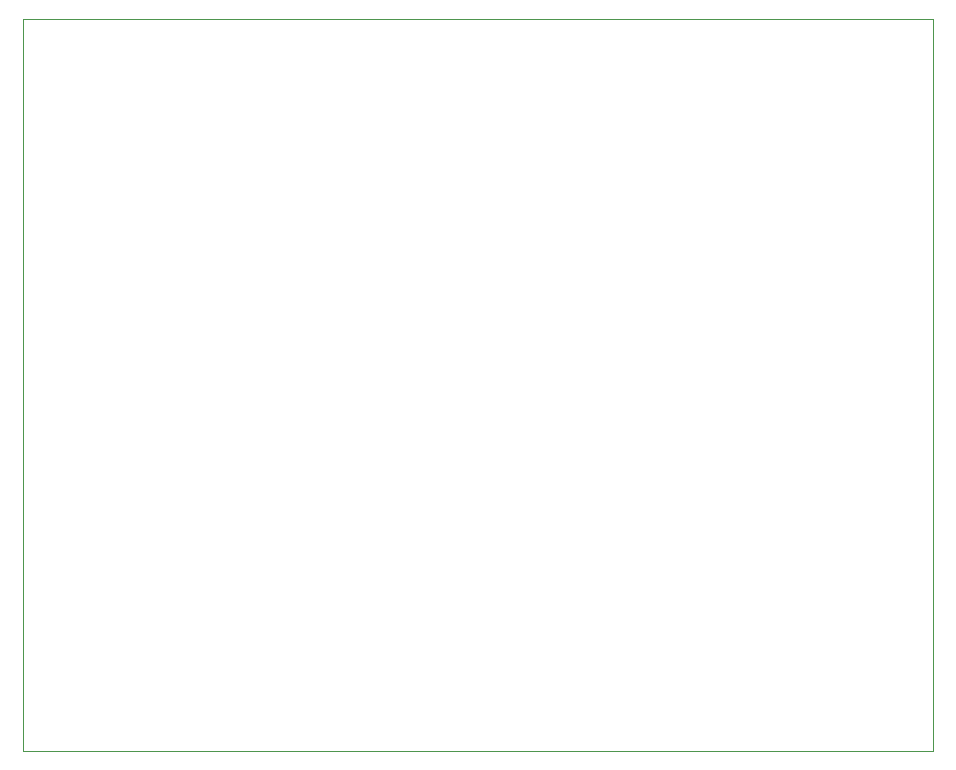
<source format=gbr>
%TF.GenerationSoftware,KiCad,Pcbnew,7.0.5*%
%TF.CreationDate,2024-02-04T15:02:51-03:00*%
%TF.ProjectId,ESP32LoraWAN,45535033-324c-46f7-9261-57414e2e6b69,rev?*%
%TF.SameCoordinates,Original*%
%TF.FileFunction,Profile,NP*%
%FSLAX46Y46*%
G04 Gerber Fmt 4.6, Leading zero omitted, Abs format (unit mm)*
G04 Created by KiCad (PCBNEW 7.0.5) date 2024-02-04 15:02:51*
%MOMM*%
%LPD*%
G01*
G04 APERTURE LIST*
%TA.AperFunction,Profile*%
%ADD10C,0.100000*%
%TD*%
G04 APERTURE END LIST*
D10*
X76000000Y-41000000D02*
X153000000Y-41000000D01*
X153000000Y-103000000D01*
X76000000Y-103000000D01*
X76000000Y-41000000D01*
M02*

</source>
